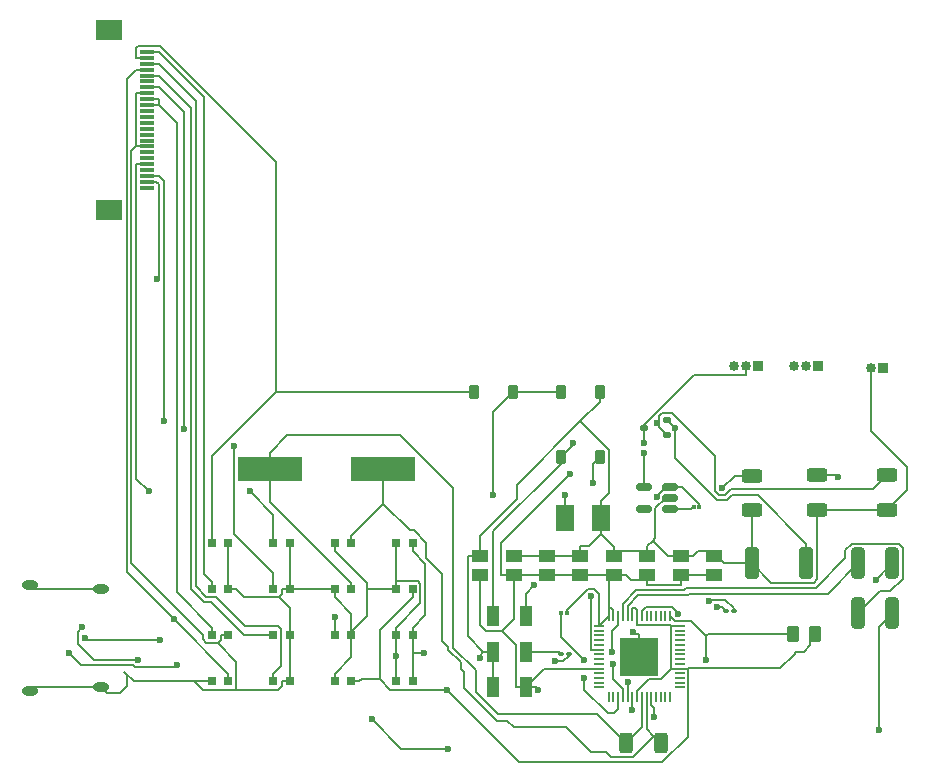
<source format=gbr>
%TF.GenerationSoftware,KiCad,Pcbnew,8.0.6-8.0.6-0~ubuntu22.04.1*%
%TF.CreationDate,2024-12-08T13:20:39-05:00*%
%TF.ProjectId,badge,62616467-652e-46b6-9963-61645f706362,rev?*%
%TF.SameCoordinates,Original*%
%TF.FileFunction,Copper,L2,Bot*%
%TF.FilePolarity,Positive*%
%FSLAX46Y46*%
G04 Gerber Fmt 4.6, Leading zero omitted, Abs format (unit mm)*
G04 Created by KiCad (PCBNEW 8.0.6-8.0.6-0~ubuntu22.04.1) date 2024-12-08 13:20:39*
%MOMM*%
%LPD*%
G01*
G04 APERTURE LIST*
G04 Aperture macros list*
%AMRoundRect*
0 Rectangle with rounded corners*
0 $1 Rounding radius*
0 $2 $3 $4 $5 $6 $7 $8 $9 X,Y pos of 4 corners*
0 Add a 4 corners polygon primitive as box body*
4,1,4,$2,$3,$4,$5,$6,$7,$8,$9,$2,$3,0*
0 Add four circle primitives for the rounded corners*
1,1,$1+$1,$2,$3*
1,1,$1+$1,$4,$5*
1,1,$1+$1,$6,$7*
1,1,$1+$1,$8,$9*
0 Add four rect primitives between the rounded corners*
20,1,$1+$1,$2,$3,$4,$5,0*
20,1,$1+$1,$4,$5,$6,$7,0*
20,1,$1+$1,$6,$7,$8,$9,0*
20,1,$1+$1,$8,$9,$2,$3,0*%
G04 Aperture macros list end*
%TA.AperFunction,ComponentPad*%
%ADD10R,0.850000X0.850000*%
%TD*%
%TA.AperFunction,ComponentPad*%
%ADD11O,0.850000X0.850000*%
%TD*%
%TA.AperFunction,ComponentPad*%
%ADD12O,1.400000X0.800000*%
%TD*%
%TA.AperFunction,SMDPad,CuDef*%
%ADD13RoundRect,0.250000X0.312500X0.625000X-0.312500X0.625000X-0.312500X-0.625000X0.312500X-0.625000X0*%
%TD*%
%TA.AperFunction,SMDPad,CuDef*%
%ADD14R,0.700000X0.700000*%
%TD*%
%TA.AperFunction,SMDPad,CuDef*%
%ADD15R,1.470000X1.020000*%
%TD*%
%TA.AperFunction,SMDPad,CuDef*%
%ADD16R,1.300000X0.300000*%
%TD*%
%TA.AperFunction,SMDPad,CuDef*%
%ADD17R,2.200000X1.800000*%
%TD*%
%TA.AperFunction,SMDPad,CuDef*%
%ADD18RoundRect,0.100000X-0.130000X-0.100000X0.130000X-0.100000X0.130000X0.100000X-0.130000X0.100000X0*%
%TD*%
%TA.AperFunction,SMDPad,CuDef*%
%ADD19R,1.100000X1.820000*%
%TD*%
%TA.AperFunction,SMDPad,CuDef*%
%ADD20RoundRect,0.112500X-0.237500X0.112500X-0.237500X-0.112500X0.237500X-0.112500X0.237500X0.112500X0*%
%TD*%
%TA.AperFunction,SMDPad,CuDef*%
%ADD21RoundRect,0.250000X0.312500X1.075000X-0.312500X1.075000X-0.312500X-1.075000X0.312500X-1.075000X0*%
%TD*%
%TA.AperFunction,SMDPad,CuDef*%
%ADD22RoundRect,0.225000X0.225000X0.375000X-0.225000X0.375000X-0.225000X-0.375000X0.225000X-0.375000X0*%
%TD*%
%TA.AperFunction,SMDPad,CuDef*%
%ADD23R,5.499100X2.108200*%
%TD*%
%TA.AperFunction,SMDPad,CuDef*%
%ADD24RoundRect,0.250000X-0.625000X0.312500X-0.625000X-0.312500X0.625000X-0.312500X0.625000X0.312500X0*%
%TD*%
%TA.AperFunction,SMDPad,CuDef*%
%ADD25RoundRect,0.075000X0.125000X0.075000X-0.125000X0.075000X-0.125000X-0.075000X0.125000X-0.075000X0*%
%TD*%
%TA.AperFunction,SMDPad,CuDef*%
%ADD26RoundRect,0.250000X0.362500X1.075000X-0.362500X1.075000X-0.362500X-1.075000X0.362500X-1.075000X0*%
%TD*%
%TA.AperFunction,SMDPad,CuDef*%
%ADD27RoundRect,0.250000X0.262500X0.450000X-0.262500X0.450000X-0.262500X-0.450000X0.262500X-0.450000X0*%
%TD*%
%TA.AperFunction,SMDPad,CuDef*%
%ADD28R,1.650000X2.250000*%
%TD*%
%TA.AperFunction,SMDPad,CuDef*%
%ADD29R,0.812800X0.177800*%
%TD*%
%TA.AperFunction,SMDPad,CuDef*%
%ADD30R,0.177800X0.812800*%
%TD*%
%TA.AperFunction,SMDPad,CuDef*%
%ADD31R,3.200400X3.200400*%
%TD*%
%TA.AperFunction,SMDPad,CuDef*%
%ADD32RoundRect,0.150000X0.512500X0.150000X-0.512500X0.150000X-0.512500X-0.150000X0.512500X-0.150000X0*%
%TD*%
%TA.AperFunction,SMDPad,CuDef*%
%ADD33RoundRect,0.100000X0.130000X0.100000X-0.130000X0.100000X-0.130000X-0.100000X0.130000X-0.100000X0*%
%TD*%
%TA.AperFunction,ViaPad*%
%ADD34C,0.600000*%
%TD*%
%TA.AperFunction,Conductor*%
%ADD35C,0.200000*%
%TD*%
%TA.AperFunction,Conductor*%
%ADD36C,0.177600*%
%TD*%
G04 APERTURE END LIST*
D10*
%TO.P,L1,1,1*%
%TO.N,3.3V*%
X177216400Y-109613600D03*
D11*
%TO.P,L1,2,2*%
%TO.N,Net-(D5-A)*%
X176216400Y-109613600D03*
%TO.P,L1,3*%
%TO.N,N/C*%
X175216400Y-109613600D03*
%TD*%
D12*
%TO.P,J1,S1,SHIELD*%
%TO.N,GND*%
X115606400Y-128123600D03*
X121556400Y-128483600D03*
X121556400Y-136743600D03*
X115606400Y-137103600D03*
%TD*%
D10*
%TO.P,J3,1,Pin_1*%
%TO.N,SWCLK*%
X182266400Y-109613600D03*
D11*
%TO.P,J3,2,Pin_2*%
%TO.N,GND*%
X181266400Y-109613600D03*
%TO.P,J3,3,Pin_3*%
%TO.N,SWDIO*%
X180266400Y-109613600D03*
%TD*%
D10*
%TO.P,J2,1,Pin_1*%
%TO.N,RUN*%
X187766400Y-109738600D03*
D11*
%TO.P,J2,2,Pin_2*%
%TO.N,GND*%
X186766400Y-109738600D03*
%TD*%
D13*
%TO.P,R4,1*%
%TO.N,XIN*%
X168962500Y-141500000D03*
%TO.P,R4,2*%
%TO.N,XOUT*%
X166037500Y-141500000D03*
%TD*%
D14*
%TO.P,C15,1*%
%TO.N,3.3V*%
X142770000Y-136310000D03*
%TO.P,C15,2*%
%TO.N,GND*%
X141370000Y-136310000D03*
%TD*%
D15*
%TO.P,C5,1*%
%TO.N,3.3V*%
X167830000Y-127310000D03*
%TO.P,C5,2*%
%TO.N,GND*%
X167830000Y-125690000D03*
%TD*%
D14*
%TO.P,C11,1*%
%TO.N,1.1V*%
X147970000Y-136310000D03*
%TO.P,C11,2*%
%TO.N,GND*%
X146570000Y-136310000D03*
%TD*%
D16*
%TO.P,GDEY0213F1,1,NC*%
%TO.N,unconnected-(GDEY0213F1-NC-Pad1)*%
X125516400Y-94513600D03*
%TO.P,GDEY0213F1,2,GDR*%
%TO.N,GDR*%
X125516400Y-94013600D03*
%TO.P,GDEY0213F1,3,RESE*%
%TO.N,RESE*%
X125516400Y-93513600D03*
%TO.P,GDEY0213F1,4,NC*%
%TO.N,unconnected-(GDEY0213F1-NC-Pad4)*%
X125516400Y-93013600D03*
%TO.P,GDEY0213F1,5,VSPL*%
%TO.N,Net-(GDEY0213F1-VSPL)*%
X125516400Y-92513600D03*
%TO.P,GDEY0213F1,6,TSCL*%
%TO.N,unconnected-(GDEY0213F1-TSCL-Pad6)*%
X125516400Y-92013600D03*
%TO.P,GDEY0213F1,7,TSDA*%
%TO.N,unconnected-(GDEY0213F1-TSDA-Pad7)*%
X125516400Y-91513600D03*
%TO.P,GDEY0213F1,8,BS*%
%TO.N,GND*%
X125516400Y-91013600D03*
%TO.P,GDEY0213F1,9,BUSY_N*%
%TO.N,BUSY*%
X125516400Y-90513600D03*
%TO.P,GDEY0213F1,10,RST_N*%
%TO.N,RES*%
X125516400Y-90013600D03*
%TO.P,GDEY0213F1,11,DC*%
%TO.N,DC*%
X125516400Y-89513600D03*
%TO.P,GDEY0213F1,12,CSB*%
%TO.N,CS*%
X125516400Y-89013600D03*
%TO.P,GDEY0213F1,13,SCL*%
%TO.N,SCL*%
X125516400Y-88513600D03*
%TO.P,GDEY0213F1,14,SDA*%
%TO.N,SDA*%
X125516400Y-88013600D03*
%TO.P,GDEY0213F1,15,VDDIO*%
%TO.N,Net-(GDEY0213F1-VDD)*%
X125516400Y-87513600D03*
%TO.P,GDEY0213F1,16,VDD*%
X125516400Y-87013600D03*
%TO.P,GDEY0213F1,17,VSS*%
%TO.N,GND*%
X125516400Y-86513600D03*
%TO.P,GDEY0213F1,18,VDD_15V*%
%TO.N,Net-(GDEY0213F1-VDD_15V)*%
X125516400Y-86013600D03*
%TO.P,GDEY0213F1,19,VMTP*%
%TO.N,unconnected-(GDEY0213F1-VMTP-Pad19)*%
X125516400Y-85513600D03*
%TO.P,GDEY0213F1,20,VSP*%
%TO.N,Net-(GDEY0213F1-VSP)*%
X125516400Y-85013600D03*
%TO.P,GDEY0213F1,21,VGP*%
%TO.N,PREVGH*%
X125516400Y-84513600D03*
%TO.P,GDEY0213F1,22,VSN*%
%TO.N,Net-(GDEY0213F1-VSN)*%
X125516400Y-84013600D03*
%TO.P,GDEY0213F1,23,VGN*%
%TO.N,/PREVGL*%
X125516400Y-83513600D03*
%TO.P,GDEY0213F1,24,VCOM*%
%TO.N,Net-(GDEY0213F1-VCOM)*%
X125516400Y-83013600D03*
D17*
%TO.P,GDEY0213F1,MP*%
%TO.N,N/C*%
X122266400Y-96413600D03*
X122266400Y-81113600D03*
%TD*%
D18*
%TO.P,R9,1*%
%TO.N,USB_BOOT*%
X160525000Y-134000000D03*
%TO.P,R9,2*%
%TO.N,QSPI_CS*%
X161165000Y-134000000D03*
%TD*%
D14*
%TO.P,C17,1*%
%TO.N,GND*%
X137570000Y-124610000D03*
%TO.P,C17,2*%
%TO.N,Net-(GDEY0213F1-VSPL)*%
X136170000Y-124610000D03*
%TD*%
D15*
%TO.P,C8,1*%
%TO.N,3.3V*%
X159340000Y-127310000D03*
%TO.P,C8,2*%
%TO.N,GND*%
X159340000Y-125690000D03*
%TD*%
D14*
%TO.P,C10,1*%
%TO.N,1.1V*%
X147970000Y-132410000D03*
%TO.P,C10,2*%
%TO.N,GND*%
X146570000Y-132410000D03*
%TD*%
D19*
%TO.P,SW1,1,1*%
%TO.N,USB_BOOT*%
X157530000Y-133810000D03*
%TO.P,SW1,2,2*%
%TO.N,GND*%
X154810000Y-133810000D03*
%TD*%
D14*
%TO.P,C1,1*%
%TO.N,1.1V*%
X147970000Y-124610000D03*
%TO.P,C1,2*%
%TO.N,GND*%
X146570000Y-124610000D03*
%TD*%
D15*
%TO.P,C9,1*%
%TO.N,3.3V*%
X156510000Y-127310000D03*
%TO.P,C9,2*%
%TO.N,GND*%
X156510000Y-125690000D03*
%TD*%
D14*
%TO.P,C23,1*%
%TO.N,GND*%
X132370000Y-132410000D03*
%TO.P,C23,2*%
%TO.N,Net-(GDEY0213F1-VDD)*%
X130970000Y-132410000D03*
%TD*%
D15*
%TO.P,C16,1*%
%TO.N,3.3V*%
X153680000Y-127310000D03*
%TO.P,C16,2*%
%TO.N,GND*%
X153680000Y-125690000D03*
%TD*%
D20*
%TO.P,Q1,1,G*%
%TO.N,GDR*%
X169520000Y-114160000D03*
%TO.P,Q1,2,S*%
%TO.N,RESE*%
X169520000Y-115460000D03*
%TO.P,Q1,3,D*%
%TO.N,Net-(D5-A)*%
X167520000Y-114810000D03*
%TD*%
D21*
%TO.P,R3,1*%
%TO.N,USB_N*%
X188595000Y-130520000D03*
%TO.P,R3,2*%
%TO.N,Net-(U1-USB_DM)*%
X185670000Y-130520000D03*
%TD*%
D15*
%TO.P,C3,1*%
%TO.N,3.3V*%
X173490000Y-127310000D03*
%TO.P,C3,2*%
%TO.N,GND*%
X173490000Y-125690000D03*
%TD*%
%TO.P,C7,1*%
%TO.N,3.3V*%
X162170000Y-127310000D03*
%TO.P,C7,2*%
%TO.N,GND*%
X162170000Y-125690000D03*
%TD*%
D22*
%TO.P,D3,1,K*%
%TO.N,Net-(D3-K)*%
X156470000Y-111810000D03*
%TO.P,D3,2,A*%
%TO.N,/PREVGL*%
X153170000Y-111810000D03*
%TD*%
D23*
%TO.P,Y1,1,1*%
%TO.N,XIN*%
X145464250Y-118310000D03*
%TO.P,Y1,2,2*%
%TO.N,XOUT*%
X135875750Y-118310000D03*
%TD*%
D14*
%TO.P,C12,1*%
%TO.N,XIN*%
X142770000Y-124610000D03*
%TO.P,C12,2*%
%TO.N,GND*%
X141370000Y-124610000D03*
%TD*%
%TO.P,C21,1*%
%TO.N,GND*%
X132370000Y-124610000D03*
%TO.P,C21,2*%
%TO.N,/PREVGL*%
X130970000Y-124610000D03*
%TD*%
%TO.P,C14,1*%
%TO.N,GND*%
X142770000Y-132410000D03*
%TO.P,C14,2*%
%TO.N,VSYS*%
X141370000Y-132410000D03*
%TD*%
D24*
%TO.P,R5,1*%
%TO.N,Net-(J1-CC1)*%
X176670000Y-118885000D03*
%TO.P,R5,2*%
%TO.N,GND*%
X176670000Y-121810000D03*
%TD*%
D25*
%TO.P,R1,1*%
%TO.N,3.3V*%
X161025000Y-130500000D03*
%TO.P,R1,2*%
%TO.N,Net-(U1-RUN)*%
X160525000Y-130500000D03*
%TD*%
D14*
%TO.P,C25,1*%
%TO.N,PREVGH*%
X132370000Y-136310000D03*
%TO.P,C25,2*%
%TO.N,GND*%
X130970000Y-136310000D03*
%TD*%
D25*
%TO.P,R7,1*%
%TO.N,VSYS*%
X172250000Y-121500000D03*
%TO.P,R7,2*%
%TO.N,Net-(U2-EN)*%
X171750000Y-121500000D03*
%TD*%
D22*
%TO.P,D5,1,K*%
%TO.N,PREVGH*%
X163820000Y-117310000D03*
%TO.P,D5,2,A*%
%TO.N,Net-(D5-A)*%
X160520000Y-117310000D03*
%TD*%
D19*
%TO.P,C24,1*%
%TO.N,Net-(D3-K)*%
X157530000Y-130810000D03*
%TO.P,C24,2*%
%TO.N,Net-(D5-A)*%
X154810000Y-130810000D03*
%TD*%
D26*
%TO.P,R11,1*%
%TO.N,GDR*%
X181295000Y-126310000D03*
%TO.P,R11,2*%
%TO.N,GND*%
X176670000Y-126310000D03*
%TD*%
D27*
%TO.P,R10,1*%
%TO.N,3.3V*%
X181995000Y-132310000D03*
%TO.P,R10,2*%
%TO.N,QSPI_CS*%
X180170000Y-132310000D03*
%TD*%
D14*
%TO.P,C18,1*%
%TO.N,GND*%
X137570000Y-128510000D03*
%TO.P,C18,2*%
%TO.N,Net-(GDEY0213F1-VDD_15V)*%
X136170000Y-128510000D03*
%TD*%
%TO.P,C2,1*%
%TO.N,3.3V*%
X147970000Y-128510000D03*
%TO.P,C2,2*%
%TO.N,GND*%
X146570000Y-128510000D03*
%TD*%
D24*
%TO.P,R6,1*%
%TO.N,Net-(J1-CC2)*%
X182170000Y-118847500D03*
%TO.P,R6,2*%
%TO.N,GND*%
X182170000Y-121772500D03*
%TD*%
D28*
%TO.P,D2,1,K*%
%TO.N,GND*%
X163925000Y-122435000D03*
%TO.P,D2,2,A*%
%TO.N,Net-(D2-A)*%
X160825000Y-122435000D03*
%TD*%
D29*
%TO.P,U1,1,IOVDD*%
%TO.N,3.3V*%
X170573600Y-131613600D03*
%TO.P,U1,2,GPIO0*%
%TO.N,unconnected-(U1-GPIO0-Pad2)*%
X170573600Y-132013599D03*
%TO.P,U1,3,GPIO1*%
%TO.N,unconnected-(U1-GPIO1-Pad3)*%
X170573600Y-132413601D03*
%TO.P,U1,4,GPIO2*%
%TO.N,TARGET_SWCLK*%
X170573600Y-132813600D03*
%TO.P,U1,5,GPIO3*%
%TO.N,TARGET_SWDIO*%
X170573600Y-133213599D03*
%TO.P,U1,6,GPIO4*%
%TO.N,TARGET_RX*%
X170573600Y-133613601D03*
%TO.P,U1,7,GPIO5*%
%TO.N,TARGET_TX*%
X170573600Y-134013600D03*
%TO.P,U1,8,GPIO6*%
%TO.N,unconnected-(U1-GPIO6-Pad8)*%
X170573600Y-134413600D03*
%TO.P,U1,9,GPIO7*%
%TO.N,unconnected-(U1-GPIO7-Pad9)*%
X170573600Y-134813599D03*
%TO.P,U1,10,IOVDD*%
%TO.N,3.3V*%
X170573600Y-135213601D03*
%TO.P,U1,11,GPIO8*%
%TO.N,unconnected-(U1-GPIO8-Pad11)*%
X170573600Y-135613600D03*
%TO.P,U1,12,GPIO9*%
%TO.N,unconnected-(U1-GPIO9-Pad12)*%
X170573600Y-136013599D03*
%TO.P,U1,13,GPIO10*%
%TO.N,unconnected-(U1-GPIO10-Pad13)*%
X170573600Y-136413601D03*
%TO.P,U1,14,GPIO11*%
%TO.N,unconnected-(U1-GPIO11-Pad14)*%
X170573600Y-136813600D03*
D30*
%TO.P,U1,15,GPIO12*%
%TO.N,unconnected-(U1-GPIO12-Pad15)*%
X169770000Y-137617200D03*
%TO.P,U1,16,GPIO13*%
%TO.N,unconnected-(U1-GPIO13-Pad16)*%
X169370001Y-137617200D03*
%TO.P,U1,17,GPIO14*%
%TO.N,unconnected-(U1-GPIO14-Pad17)*%
X168969999Y-137617200D03*
%TO.P,U1,18,GPIO15*%
%TO.N,unconnected-(U1-GPIO15-Pad18)*%
X168570000Y-137617200D03*
%TO.P,U1,19,TESTEN*%
%TO.N,GND*%
X168170001Y-137617200D03*
%TO.P,U1,20,XIN*%
%TO.N,XIN*%
X167769999Y-137617200D03*
%TO.P,U1,21,XOUT*%
%TO.N,XOUT*%
X167370000Y-137617200D03*
%TO.P,U1,22,IOVDD*%
%TO.N,3.3V*%
X166970000Y-137617200D03*
%TO.P,U1,23,DVDD*%
%TO.N,1.1V*%
X166570001Y-137617200D03*
%TO.P,U1,24,SWCLK*%
%TO.N,SWCLK*%
X166169999Y-137617200D03*
%TO.P,U1,25,SWDIO*%
%TO.N,SWDIO*%
X165770000Y-137617200D03*
%TO.P,U1,26,RUN*%
%TO.N,Net-(U1-RUN)*%
X165370001Y-137617200D03*
%TO.P,U1,27,GPIO16*%
%TO.N,unconnected-(U1-GPIO16-Pad27)*%
X164969999Y-137617200D03*
%TO.P,U1,28,GPIO17*%
%TO.N,unconnected-(U1-GPIO17-Pad28)*%
X164570000Y-137617200D03*
D29*
%TO.P,U1,29,GPIO18*%
%TO.N,unconnected-(U1-GPIO18-Pad29)*%
X163766400Y-136813600D03*
%TO.P,U1,30,GPIO19*%
%TO.N,unconnected-(U1-GPIO19-Pad30)*%
X163766400Y-136413601D03*
%TO.P,U1,31,GPIO20*%
%TO.N,unconnected-(U1-GPIO20-Pad31)*%
X163766400Y-136013599D03*
%TO.P,U1,32,GPIO21*%
%TO.N,unconnected-(U1-GPIO21-Pad32)*%
X163766400Y-135613600D03*
%TO.P,U1,33,IOVDD*%
%TO.N,3.3V*%
X163766400Y-135213601D03*
%TO.P,U1,34,GPIO22*%
%TO.N,unconnected-(U1-GPIO22-Pad34)*%
X163766400Y-134813599D03*
%TO.P,U1,35,GPIO23*%
%TO.N,unconnected-(U1-GPIO23-Pad35)*%
X163766400Y-134413600D03*
%TO.P,U1,36,GPIO24*%
%TO.N,unconnected-(U1-GPIO24-Pad36)*%
X163766400Y-134013600D03*
%TO.P,U1,37,GPIO25*%
%TO.N,GPIO25*%
X163766400Y-133613601D03*
%TO.P,U1,38,GPIO26/ADC0*%
%TO.N,unconnected-(U1-GPIO26{slash}ADC0-Pad38)*%
X163766400Y-133213599D03*
%TO.P,U1,39,GPIO27/ADC1*%
%TO.N,unconnected-(U1-GPIO27{slash}ADC1-Pad39)*%
X163766400Y-132813600D03*
%TO.P,U1,40,GPIO28/ADC2*%
%TO.N,unconnected-(U1-GPIO28{slash}ADC2-Pad40)*%
X163766400Y-132413601D03*
%TO.P,U1,41,GPIO29/ADC3*%
%TO.N,unconnected-(U1-GPIO29{slash}ADC3-Pad41)*%
X163766400Y-132013599D03*
%TO.P,U1,42,IOVDD*%
%TO.N,3.3V*%
X163766400Y-131613600D03*
D30*
%TO.P,U1,43,ADC_AVDD*%
X164570000Y-130810000D03*
%TO.P,U1,44,VREG_VIN*%
X164969999Y-130810000D03*
%TO.P,U1,45,VREG_VOUT*%
%TO.N,1.1V*%
X165370001Y-130810000D03*
%TO.P,U1,46,USB_DM*%
%TO.N,Net-(U1-USB_DM)*%
X165770000Y-130810000D03*
%TO.P,U1,47,USB_DP*%
%TO.N,Net-(U1-USB_DP)*%
X166169999Y-130810000D03*
%TO.P,U1,48,USB_VDD*%
%TO.N,3.3V*%
X166570001Y-130810000D03*
%TO.P,U1,49,IOVDD*%
X166970000Y-130810000D03*
%TO.P,U1,50,DVDD*%
%TO.N,1.1V*%
X167370000Y-130810000D03*
%TO.P,U1,51,QSPI_SD3*%
%TO.N,QSPI_SD3*%
X167769999Y-130810000D03*
%TO.P,U1,52,QSPI_SCLK*%
%TO.N,QSPI_SCK*%
X168170001Y-130810000D03*
%TO.P,U1,53,QSPI_SD0*%
%TO.N,QSPI_SD0*%
X168570000Y-130810000D03*
%TO.P,U1,54,QSPI_SD2*%
%TO.N,QSPI_SD2*%
X168969999Y-130810000D03*
%TO.P,U1,55,QSPI_SD1*%
%TO.N,QSPI_SD1*%
X169370001Y-130810000D03*
%TO.P,U1,56,QSPI_SS_N*%
%TO.N,QSPI_CS*%
X169770000Y-130810000D03*
D31*
%TO.P,U1,57,GND*%
%TO.N,GND*%
X167170000Y-134213600D03*
%TD*%
D14*
%TO.P,C13,1*%
%TO.N,XOUT*%
X142770000Y-128510000D03*
%TO.P,C13,2*%
%TO.N,GND*%
X141370000Y-128510000D03*
%TD*%
D15*
%TO.P,C6,1*%
%TO.N,3.3V*%
X165000000Y-127310000D03*
%TO.P,C6,2*%
%TO.N,GND*%
X165000000Y-125690000D03*
%TD*%
D19*
%TO.P,C26,1*%
%TO.N,3.3V*%
X157530000Y-136810000D03*
%TO.P,C26,2*%
%TO.N,GND*%
X154810000Y-136810000D03*
%TD*%
D14*
%TO.P,C19,1*%
%TO.N,GND*%
X137570000Y-132410000D03*
%TO.P,C19,2*%
%TO.N,Net-(GDEY0213F1-VSP)*%
X136170000Y-132410000D03*
%TD*%
D15*
%TO.P,C4,1*%
%TO.N,3.3V*%
X170660000Y-127310000D03*
%TO.P,C4,2*%
%TO.N,GND*%
X170660000Y-125690000D03*
%TD*%
D14*
%TO.P,C20,1*%
%TO.N,GND*%
X137570000Y-136310000D03*
%TO.P,C20,2*%
%TO.N,Net-(GDEY0213F1-VSN)*%
X136170000Y-136310000D03*
%TD*%
D21*
%TO.P,R2,1*%
%TO.N,USB_P*%
X188595000Y-126310000D03*
%TO.P,R2,2*%
%TO.N,Net-(U1-USB_DP)*%
X185670000Y-126310000D03*
%TD*%
D32*
%TO.P,U2,1,VIN*%
%TO.N,VSYS*%
X169795000Y-119810000D03*
%TO.P,U2,2,GND*%
%TO.N,GND*%
X169795000Y-120760000D03*
%TO.P,U2,3,EN*%
%TO.N,Net-(U2-EN)*%
X169795000Y-121710000D03*
%TO.P,U2,4,NC*%
%TO.N,unconnected-(U2-NC-Pad4)*%
X167520000Y-121710000D03*
%TO.P,U2,5,VOUT*%
%TO.N,3.3V*%
X167520000Y-119810000D03*
%TD*%
D33*
%TO.P,R8,1*%
%TO.N,GPIO25*%
X175145000Y-130310000D03*
%TO.P,R8,2*%
%TO.N,Net-(D2-A)*%
X174505000Y-130310000D03*
%TD*%
D14*
%TO.P,C22,1*%
%TO.N,GND*%
X132370000Y-128510000D03*
%TO.P,C22,2*%
%TO.N,Net-(GDEY0213F1-VCOM)*%
X130970000Y-128510000D03*
%TD*%
D24*
%TO.P,R12,1*%
%TO.N,RESE*%
X188170000Y-118847500D03*
%TO.P,R12,2*%
%TO.N,GND*%
X188170000Y-121772500D03*
%TD*%
D22*
%TO.P,D4,1,K*%
%TO.N,GND*%
X163820000Y-111810000D03*
%TO.P,D4,2,A*%
%TO.N,Net-(D3-K)*%
X160520000Y-111810000D03*
%TD*%
D34*
%TO.N,GND*%
X146570000Y-134146800D03*
X166596000Y-132098300D03*
X168421300Y-139343500D03*
X153644900Y-134322200D03*
%TO.N,1.1V*%
X164837700Y-133837800D03*
X170470800Y-130609800D03*
X148935200Y-133877400D03*
X166570000Y-138741800D03*
%TO.N,3.3V*%
X158581700Y-137000400D03*
X161265900Y-118785400D03*
X150853900Y-137000400D03*
X167520200Y-116984700D03*
%TO.N,VSYS*%
X168622700Y-120689300D03*
X141370000Y-130858600D03*
%TO.N,Net-(GDEY0213F1-VSPL)*%
X134187800Y-120219400D03*
X125604000Y-120219400D03*
%TO.N,Net-(GDEY0213F1-VDD_15V)*%
X128586000Y-114905300D03*
X132824400Y-116345800D03*
%TO.N,Net-(D3-K)*%
X158225300Y-128181700D03*
X154745000Y-120492000D03*
%TO.N,Net-(D5-A)*%
X161581600Y-116107600D03*
X167520000Y-116107600D03*
%TO.N,PREVGH*%
X127766700Y-131055000D03*
X163246800Y-119488500D03*
%TO.N,Net-(D2-A)*%
X173762700Y-129982800D03*
X160825000Y-120492000D03*
%TO.N,RESE*%
X126913900Y-114255200D03*
X168655200Y-114420600D03*
%TO.N,GDR*%
X126294500Y-102245100D03*
X170182700Y-114827700D03*
%TO.N,Net-(J1-CC1)*%
X174174000Y-119957900D03*
%TO.N,USB_N*%
X124700000Y-134500000D03*
X120000000Y-131700000D03*
X187413900Y-140453500D03*
%TO.N,USB_P*%
X187181400Y-127723600D03*
X120213600Y-132613600D03*
X126600000Y-132800000D03*
%TO.N,Net-(J1-CC2)*%
X144500000Y-139500000D03*
X128000000Y-134900000D03*
X151000000Y-142000000D03*
X184000000Y-119000000D03*
X118900000Y-133900000D03*
%TO.N,SWCLK*%
X166180900Y-136326700D03*
%TO.N,SWDIO*%
X164970200Y-134837200D03*
%TO.N,Net-(U1-RUN)*%
X162500000Y-136000000D03*
X162500000Y-134500000D03*
%TO.N,GPIO25*%
X173095300Y-129472600D03*
X163058300Y-129070700D03*
%TO.N,QSPI_CS*%
X160013600Y-134600800D03*
X172837100Y-134523700D03*
%TD*%
D35*
%TO.N,GND*%
X146570000Y-127839500D02*
X148453200Y-127839500D01*
X131718300Y-132410000D02*
X131718300Y-132817400D01*
X167830000Y-125284100D02*
X167830000Y-124878300D01*
X136674000Y-129161700D02*
X133673400Y-129161700D01*
X169402800Y-120760000D02*
X169795000Y-120760000D01*
X176670000Y-126310000D02*
X176670000Y-121810000D01*
X142770000Y-132084100D02*
X144078600Y-130775500D01*
X141370000Y-135658300D02*
X142770000Y-134258300D01*
X164941600Y-124878300D02*
X165000000Y-124878300D01*
X156510000Y-125690000D02*
X159340000Y-125690000D01*
X170660000Y-125690000D02*
X171696700Y-125690000D01*
X156799900Y-119654300D02*
X156799900Y-120888700D01*
X141370000Y-124610000D02*
X141370000Y-125261700D01*
X142770000Y-134258300D02*
X142770000Y-133061700D01*
X132370000Y-124610000D02*
X132370000Y-128510000D01*
X164583500Y-120349800D02*
X164583500Y-116706600D01*
X148631700Y-128018000D02*
X148631700Y-129696600D01*
X115966000Y-128484000D02*
X115606400Y-128124400D01*
X137244200Y-128510000D02*
X137570000Y-128184200D01*
X163925000Y-123860200D02*
X162906900Y-124878300D01*
X132370000Y-128510000D02*
X133021700Y-128510000D01*
X163925000Y-122435000D02*
X163925000Y-123760800D01*
X146570000Y-128510000D02*
X145918300Y-128510000D01*
X137244200Y-128510000D02*
X136918300Y-128510000D01*
X168421300Y-138565900D02*
X168421300Y-139343500D01*
X125516400Y-86513600D02*
X124564700Y-86513600D01*
X163820000Y-111810000D02*
X163820000Y-112634200D01*
X136918300Y-136717400D02*
X136918300Y-136310000D01*
X163820000Y-112634200D02*
X162165600Y-114288600D01*
X153958300Y-133810000D02*
X152643300Y-132495000D01*
X163925000Y-123861700D02*
X164941600Y-124878300D01*
X125516400Y-91013600D02*
X124665600Y-91013600D01*
X173490000Y-125690000D02*
X173490000Y-125487000D01*
X115966000Y-136744000D02*
X121556000Y-136744000D01*
X144078600Y-128510000D02*
X145918300Y-128510000D01*
D36*
X168170000Y-137617200D02*
X168170000Y-138314100D01*
D35*
X130187300Y-132754000D02*
X130495000Y-133061700D01*
X141370000Y-128510000D02*
X141370000Y-129161700D01*
X124163000Y-91416800D02*
X124163000Y-126315300D01*
X146570000Y-127839500D02*
X146570000Y-124610000D01*
X164583500Y-116706600D02*
X162165600Y-114288600D01*
X129481100Y-136310000D02*
X130211500Y-137040400D01*
X173490000Y-125487000D02*
X173490000Y-125284100D01*
X131718300Y-132817400D02*
X131474000Y-133061700D01*
X123211000Y-137289000D02*
X123775000Y-136725000D01*
X124566200Y-91013600D02*
X124163000Y-91416800D01*
X169623300Y-125690000D02*
X168320800Y-124387500D01*
X142770000Y-130561700D02*
X141370000Y-129161700D01*
X124665600Y-91013600D02*
X124566200Y-91013600D01*
X136595300Y-137040400D02*
X136918300Y-136717400D01*
X189810600Y-118148800D02*
X186766400Y-115104600D01*
X132370000Y-132410000D02*
X131718300Y-132410000D01*
X153680000Y-125690000D02*
X152643300Y-125690000D01*
X153644900Y-134123400D02*
X153644900Y-134322200D01*
X137570000Y-132410000D02*
X137570000Y-130057700D01*
X121556000Y-136744000D02*
X122101000Y-137289000D01*
X152643300Y-132495000D02*
X152643300Y-125690000D01*
X168180900Y-138325500D02*
X168421300Y-138565900D01*
X165000000Y-125690000D02*
X165000000Y-125284100D01*
X146570000Y-132410000D02*
X146570000Y-131758300D01*
X163925000Y-122435000D02*
X163925000Y-121008300D01*
X137570000Y-136310000D02*
X137570000Y-132410000D01*
X156799900Y-120888700D02*
X153680000Y-124008600D01*
X133033700Y-137040400D02*
X136595300Y-137040400D01*
X167170000Y-133262600D02*
X167170000Y-134213600D01*
X115606400Y-137103600D02*
X115966000Y-136744000D01*
X122101000Y-137289000D02*
X123211000Y-137289000D01*
D36*
X168180900Y-138325500D02*
X168180900Y-138325000D01*
D35*
X186766400Y-115104600D02*
X186766400Y-109738600D01*
X162170000Y-125690000D02*
X159340000Y-125690000D01*
X148453200Y-127839500D02*
X148631700Y-128018000D01*
X121439600Y-128483600D02*
X121556400Y-128483600D01*
X169402800Y-120760100D02*
X169402800Y-120760000D01*
X136674000Y-129161700D02*
X136918300Y-128917400D01*
X146570000Y-134146800D02*
X146570000Y-132410000D01*
X137570000Y-128510000D02*
X138221700Y-128510000D01*
X162165600Y-114288600D02*
X156799900Y-119654300D01*
X166809400Y-132311700D02*
X166596000Y-132098300D01*
X144078600Y-127970300D02*
X141370000Y-125261700D01*
X162170000Y-125690000D02*
X162170000Y-124878300D01*
X178311000Y-127951000D02*
X181950700Y-127951000D01*
X141370000Y-128510000D02*
X138221700Y-128510000D01*
X168320800Y-124387500D02*
X167830000Y-124878300D01*
X136918300Y-128917400D02*
X136918300Y-128510000D01*
X170660000Y-125690000D02*
X169623300Y-125690000D01*
X137570000Y-130057700D02*
X136674000Y-129161700D01*
X142770000Y-132084100D02*
X142770000Y-131758300D01*
X115606400Y-128124400D02*
X115606000Y-128124000D01*
X144078600Y-128510000D02*
X144078600Y-127970300D01*
X153680000Y-124008600D02*
X153680000Y-125690000D01*
X133673400Y-129161700D02*
X133021700Y-128510000D01*
X163925000Y-123860200D02*
X163925000Y-123861700D01*
X115606400Y-128124400D02*
X115606400Y-128123600D01*
X115606000Y-137104000D02*
X115606400Y-137103600D01*
X124361000Y-136310000D02*
X129481100Y-136310000D01*
X189810600Y-120131900D02*
X189810600Y-118148800D01*
X168523600Y-121639300D02*
X169402800Y-120760100D01*
X124564700Y-86513600D02*
X124564700Y-91013600D01*
X142770000Y-132410000D02*
X142770000Y-132084100D01*
X167170000Y-132311700D02*
X166809400Y-132311700D01*
X153958300Y-133810000D02*
X153644900Y-134123400D01*
X121556000Y-128484000D02*
X121439200Y-128484000D01*
X123525000Y-135475000D02*
X124361000Y-136310000D01*
X188170000Y-121772500D02*
X189810600Y-120131900D01*
X162906900Y-124878300D02*
X162170000Y-124878300D01*
X176670000Y-126310000D02*
X178311000Y-127951000D01*
X168320800Y-124387500D02*
X168523600Y-124184700D01*
X167830000Y-125690000D02*
X167830000Y-125284100D01*
X130211500Y-137040400D02*
X133033700Y-137040400D01*
X133033700Y-137040400D02*
X133033700Y-134621400D01*
X148631700Y-129696600D02*
X146570000Y-131758300D01*
X142770000Y-132410000D02*
X142770000Y-133061700D01*
X133033700Y-134621400D02*
X131474000Y-133061700D01*
X165000000Y-125284100D02*
X165000000Y-124878300D01*
X146570000Y-128510000D02*
X146570000Y-127839500D01*
X124163000Y-126315300D02*
X130187300Y-132339600D01*
X181950700Y-127951000D02*
X182230000Y-127671700D01*
X173490000Y-125487000D02*
X174313000Y-126310000D01*
X154810000Y-136810000D02*
X154810000Y-133810000D01*
X123775000Y-135725000D02*
X123525000Y-135475000D01*
X182230000Y-121832500D02*
X182170000Y-121772500D01*
X142770000Y-131758300D02*
X142770000Y-130561700D01*
X163925000Y-123760800D02*
X163925000Y-123860200D01*
X163925000Y-121008300D02*
X164583500Y-120349800D01*
X137570000Y-136310000D02*
X136918300Y-136310000D01*
X154810000Y-133810000D02*
X153958300Y-133810000D01*
X172102600Y-125284100D02*
X171696700Y-125690000D01*
X130495000Y-133061700D02*
X131474000Y-133061700D01*
X121439200Y-128484000D02*
X115966000Y-128484000D01*
X144078600Y-130775500D02*
X144078600Y-128510000D01*
X167170000Y-133262600D02*
X167170000Y-132311700D01*
X168523600Y-124184700D02*
X168523600Y-121639300D01*
X137570000Y-128184200D02*
X137570000Y-124610000D01*
D36*
X168180900Y-138325000D02*
X168170000Y-138314100D01*
D35*
X141370000Y-136310000D02*
X141370000Y-135658300D01*
X121439200Y-128484000D02*
X121439600Y-128483600D01*
X174313000Y-126310000D02*
X176670000Y-126310000D01*
X137570000Y-128510000D02*
X137244200Y-128510000D01*
X124566200Y-91013600D02*
X124564700Y-91013600D01*
X182230000Y-127671700D02*
X182230000Y-121832500D01*
X129481100Y-136310000D02*
X130970000Y-136310000D01*
X123775000Y-136725000D02*
X123775000Y-135725000D01*
X121556000Y-136744000D02*
X121556400Y-136743600D01*
X182170000Y-121772500D02*
X188170000Y-121772500D01*
X165000000Y-125284100D02*
X167830000Y-125284100D01*
X130187300Y-132339600D02*
X130187300Y-132754000D01*
X146570000Y-136310000D02*
X146570000Y-134146800D01*
X173490000Y-125284100D02*
X172102600Y-125284100D01*
D36*
%TO.N,1.1V*%
X167707600Y-129976900D02*
X167696900Y-129976900D01*
D35*
X165369100Y-131518100D02*
X164837700Y-132049500D01*
X149033400Y-130694900D02*
X147970000Y-131758300D01*
X167707600Y-129976900D02*
X169940400Y-129976900D01*
X147970000Y-124610000D02*
X147970000Y-125261700D01*
X147970000Y-133877400D02*
X147970000Y-136310000D01*
X167370200Y-130314300D02*
X167370200Y-130465300D01*
X147970000Y-132410000D02*
X147970000Y-133877400D01*
X147970000Y-133877400D02*
X148935200Y-133877400D01*
X170470800Y-130507300D02*
X170470800Y-130609800D01*
X149033400Y-126327100D02*
X149033400Y-130694900D01*
D36*
X165369100Y-130810900D02*
X165370000Y-130810000D01*
D35*
X166570000Y-137617200D02*
X166570000Y-138741800D01*
D36*
X167370200Y-130809800D02*
X167370000Y-130810000D01*
D35*
X147970000Y-125263700D02*
X149033400Y-126327100D01*
X165369100Y-131154000D02*
X165369100Y-131518100D01*
X169940400Y-129976900D02*
X170470800Y-130507300D01*
D36*
X167696900Y-129976900D02*
X167370200Y-130303600D01*
X167370200Y-130465300D02*
X167370200Y-130809800D01*
D35*
X147970000Y-132084100D02*
X147970000Y-132410000D01*
X164837700Y-132049500D02*
X164837700Y-133837800D01*
X147970000Y-132084100D02*
X147970000Y-131758300D01*
D36*
X165369100Y-131154000D02*
X165369100Y-130810900D01*
D35*
X147970000Y-125261700D02*
X147970000Y-125263700D01*
D36*
X167370200Y-130303600D02*
X167370200Y-130314300D01*
D35*
%TO.N,3.3V*%
X169114400Y-143146500D02*
X157000000Y-143146500D01*
X163766400Y-131613600D02*
X164570000Y-130810000D01*
X165000000Y-127310000D02*
X164570000Y-127310000D01*
X169865500Y-131613600D02*
X169865500Y-135213600D01*
X170573600Y-135213600D02*
X169865500Y-135213600D01*
X181649700Y-133223300D02*
X181649700Y-132890700D01*
X159340000Y-127310000D02*
X158303300Y-127310000D01*
X156510000Y-131023000D02*
X155501700Y-132031300D01*
X161265900Y-118785400D02*
X155473300Y-124578000D01*
X146085800Y-137000400D02*
X150853900Y-137000400D01*
X166968100Y-130276100D02*
X166968100Y-130810000D01*
X161025000Y-130255471D02*
X162809771Y-128470700D01*
X156510000Y-127310000D02*
X156510000Y-131023000D01*
X166793900Y-130101900D02*
X166968100Y-130276100D01*
X170660000Y-127715800D02*
X170660000Y-128121700D01*
X166970000Y-130810000D02*
X166970000Y-131518100D01*
X181073100Y-133799900D02*
X181649700Y-133223300D01*
X171065800Y-127310000D02*
X170660000Y-127715800D01*
X170660000Y-128121700D02*
X167830000Y-128121700D01*
X164570000Y-130810000D02*
X164570000Y-130455900D01*
X153680000Y-131566700D02*
X153680000Y-127310000D01*
X163306829Y-128470700D02*
X163766400Y-128930271D01*
X166970000Y-137272100D02*
X166970000Y-137091400D01*
X166442500Y-127715800D02*
X166036700Y-127310000D01*
X157000000Y-143146500D02*
X150853900Y-137000400D01*
X171281900Y-135202700D02*
X179102300Y-135202700D01*
X157530000Y-136810000D02*
X159126000Y-135214000D01*
D36*
X170573600Y-135213600D02*
X171270500Y-135213600D01*
D35*
X147970000Y-129161700D02*
X145178600Y-131953100D01*
X143638500Y-136093200D02*
X143421700Y-136310000D01*
X181581500Y-132723500D02*
X181995000Y-132310000D01*
X163766400Y-128930271D02*
X163766400Y-131613600D01*
X170573600Y-131613600D02*
X169865500Y-131613600D01*
X155501700Y-132031300D02*
X156678300Y-133207900D01*
X156510000Y-127310000D02*
X155473300Y-127310000D01*
X173490000Y-127310000D02*
X171065800Y-127310000D01*
D36*
X171281700Y-135213600D02*
X171270500Y-135213600D01*
D35*
X171281700Y-135213600D02*
X171281700Y-140979200D01*
X167830000Y-127715800D02*
X166442500Y-127715800D01*
X180455400Y-133851700D02*
X180455400Y-133851500D01*
X162809771Y-128470700D02*
X163306829Y-128470700D01*
X155501700Y-132031300D02*
X154144600Y-132031300D01*
X161025000Y-130500000D02*
X161025000Y-130255471D01*
X164570000Y-130455900D02*
X164570000Y-130101900D01*
X147970000Y-128835800D02*
X147970000Y-129161700D01*
X180455400Y-133851500D02*
X180507000Y-133799900D01*
X168963600Y-136115500D02*
X169865500Y-135213600D01*
X167830000Y-127715800D02*
X167830000Y-128121700D01*
X142770000Y-136310000D02*
X143421700Y-136310000D01*
X164570000Y-127310000D02*
X162170000Y-127310000D01*
X159340000Y-127310000D02*
X162170000Y-127310000D01*
X156510000Y-127310000D02*
X158303300Y-127310000D01*
X167830000Y-127310000D02*
X167830000Y-127715800D01*
X167520000Y-116984900D02*
X167520200Y-116984700D01*
X159126000Y-135214000D02*
X163766000Y-135214000D01*
X165000000Y-127310000D02*
X166036700Y-127310000D01*
X164968100Y-130276100D02*
X164968100Y-130810000D01*
X158381700Y-136810000D02*
X158572100Y-137000400D01*
X170660000Y-127310000D02*
X170660000Y-127715800D01*
X163766000Y-135214000D02*
X163766400Y-135213600D01*
X171281700Y-140979200D02*
X169114400Y-143146500D01*
D36*
X166970000Y-137272100D02*
X166970000Y-137617200D01*
D35*
X166570000Y-130101900D02*
X166793900Y-130101900D01*
D36*
X166968100Y-130810000D02*
X166970000Y-130810000D01*
X164968100Y-130810000D02*
X164970000Y-130810000D01*
D35*
X179102300Y-135202700D02*
X180217900Y-134087100D01*
X145178600Y-136093200D02*
X143638500Y-136093200D01*
X155473300Y-124578000D02*
X155473300Y-127310000D01*
X180217900Y-134087100D02*
X180220000Y-134087100D01*
X166970000Y-131518100D02*
X169770000Y-131518100D01*
X145178600Y-131953100D02*
X145178600Y-136093200D01*
X169770000Y-131518100D02*
X169865500Y-131613600D01*
X157530000Y-136810000D02*
X156678300Y-136810000D01*
X156678300Y-133207900D02*
X156678300Y-136810000D01*
X171281700Y-135213600D02*
X171281700Y-135202700D01*
X158572100Y-137000400D02*
X158581700Y-137000400D01*
X166570000Y-130810000D02*
X166570000Y-130101900D01*
X167945900Y-136115500D02*
X168963600Y-136115500D01*
D36*
X171281900Y-135202700D02*
X171281700Y-135202700D01*
D35*
X181649700Y-132890700D02*
X181581500Y-132822500D01*
X147970000Y-128835800D02*
X147970000Y-128510000D01*
X164793900Y-130101900D02*
X164968100Y-130276100D01*
X157530000Y-136810000D02*
X158381700Y-136810000D01*
X180220000Y-134087100D02*
X180455400Y-133851700D01*
X167520000Y-119810000D02*
X167520000Y-116984900D01*
X181581500Y-132822500D02*
X181581500Y-132723500D01*
X166970000Y-137091400D02*
X167945900Y-136115500D01*
X154144600Y-132031300D02*
X153680000Y-131566700D01*
X180507000Y-133799900D02*
X181073100Y-133799900D01*
X145178600Y-136093200D02*
X146085800Y-137000400D01*
X164570000Y-130101900D02*
X164793900Y-130101900D01*
X164570000Y-127310000D02*
X164570000Y-130101900D01*
%TO.N,XIN*%
X164764800Y-142704100D02*
X166632700Y-142704100D01*
X145464200Y-118310000D02*
X145464200Y-121264100D01*
X152351500Y-135548600D02*
X152351500Y-136885800D01*
X150992500Y-133621600D02*
X152040700Y-134669800D01*
X167770000Y-140307000D02*
X167770000Y-137617200D01*
X159670700Y-140190500D02*
X160989900Y-140190500D01*
X163103400Y-142304000D02*
X164364700Y-142304000D01*
X152040700Y-135237800D02*
X152351500Y-135548600D01*
X149122700Y-124573500D02*
X149122700Y-125848400D01*
X152351500Y-136885800D02*
X155127200Y-139661500D01*
X168358500Y-140978300D02*
X168358500Y-140896000D01*
X168366000Y-140903500D02*
X168962500Y-141500000D01*
X150492200Y-132864700D02*
X150992500Y-133365000D01*
X168358500Y-140896000D02*
X167770000Y-140307000D01*
X168962000Y-141500000D02*
X168366000Y-140903500D01*
X152040700Y-134669800D02*
X152040700Y-135237800D01*
X147726800Y-123526700D02*
X148075900Y-123526700D01*
X159669200Y-140189000D02*
X159670700Y-140190500D01*
X150992500Y-133365000D02*
X150992500Y-133621600D01*
X145464200Y-121264100D02*
X147726800Y-123526700D01*
X155127200Y-139661500D02*
X155982300Y-139661500D01*
X149122700Y-125848400D02*
X150492200Y-127217900D01*
X168366000Y-140903500D02*
X168358500Y-140896000D01*
X148075900Y-123526700D02*
X149122700Y-124573500D01*
X164364700Y-142304000D02*
X164764800Y-142704100D01*
X150492200Y-127217900D02*
X150492200Y-132864700D01*
X166632700Y-142704100D02*
X168358500Y-140978300D01*
X156509800Y-140189000D02*
X159669200Y-140189000D01*
X145464200Y-121264100D02*
X142770000Y-123958300D01*
X142770000Y-124610000D02*
X142770000Y-123958300D01*
X167770000Y-137617200D02*
X167770000Y-137617000D01*
X160989900Y-140190500D02*
X163103400Y-142304000D01*
X155982300Y-139661500D02*
X156509800Y-140189000D01*
%TO.N,XOUT*%
X155168600Y-139065600D02*
X163603100Y-139065600D01*
X153298200Y-135359300D02*
X153298200Y-137195200D01*
X167370000Y-137617200D02*
X167370000Y-137617000D01*
X151394200Y-119966400D02*
X151394200Y-133455300D01*
X166038000Y-141500000D02*
X166704000Y-140834000D01*
X135875700Y-121114000D02*
X142770000Y-128008300D01*
X142770000Y-128510000D02*
X142770000Y-128008300D01*
X166704000Y-140834000D02*
X166703500Y-140834000D01*
X166703500Y-140834000D02*
X166037500Y-141500000D01*
X137348600Y-115481300D02*
X146909100Y-115481300D01*
X135875700Y-118310000D02*
X135875700Y-121114000D01*
X151394200Y-133455300D02*
X153298200Y-135359300D01*
X163603100Y-139065600D02*
X166037500Y-141500000D01*
X135875700Y-116954200D02*
X137348600Y-115481300D01*
X135875700Y-118310000D02*
X135875700Y-116954200D01*
X166704000Y-140834000D02*
X167370000Y-140168000D01*
X146909100Y-115481300D02*
X151394200Y-119966400D01*
X167370000Y-140168000D02*
X167370000Y-137617200D01*
X153298200Y-137195200D02*
X155168600Y-139065600D01*
%TO.N,VSYS*%
X141370000Y-130858600D02*
X141370000Y-132410000D01*
X168622700Y-120574600D02*
X169387300Y-119810000D01*
X170792410Y-119810000D02*
X172250000Y-121267590D01*
X169387300Y-119810000D02*
X169795000Y-119810000D01*
X172250000Y-121267590D02*
X172250000Y-121500000D01*
X169795000Y-119810000D02*
X170792410Y-119810000D01*
X168622700Y-120689300D02*
X168622700Y-120574600D01*
%TO.N,Net-(GDEY0213F1-VSPL)*%
X134187800Y-120219400D02*
X136170000Y-122201600D01*
X124564700Y-92513600D02*
X124564700Y-119180100D01*
X124564700Y-119180100D02*
X125604000Y-120219400D01*
X125516400Y-92513600D02*
X124564700Y-92513600D01*
X136170000Y-122201600D02*
X136170000Y-124610000D01*
%TO.N,Net-(GDEY0213F1-VDD_15V)*%
X132824400Y-123814600D02*
X132824400Y-116345800D01*
X128586000Y-88131500D02*
X128586000Y-114905300D01*
X136170000Y-128510000D02*
X136170000Y-127160200D01*
X136170000Y-127160200D02*
X132824400Y-123814600D01*
X125516400Y-86013600D02*
X126468100Y-86013600D01*
X126468100Y-86013600D02*
X128586000Y-88131500D01*
%TO.N,Net-(GDEY0213F1-VSP)*%
X125516400Y-85013600D02*
X126468100Y-85013600D01*
X129187700Y-87733200D02*
X126468100Y-85013600D01*
X130300700Y-129563400D02*
X129187700Y-128450400D01*
X130868600Y-129563400D02*
X130300700Y-129563400D01*
X136170000Y-132410000D02*
X133715200Y-132410000D01*
X133715200Y-132410000D02*
X130868600Y-129563400D01*
X129187700Y-128450400D02*
X129187700Y-87733200D01*
%TO.N,Net-(GDEY0213F1-VSN)*%
X125516400Y-84013600D02*
X126468100Y-84013600D01*
X136170000Y-135658300D02*
X136821700Y-135006600D01*
X131309800Y-129161700D02*
X130495000Y-129161700D01*
X136170000Y-136310000D02*
X136170000Y-135658300D01*
X130495000Y-129161700D02*
X129589400Y-128256100D01*
X133799600Y-131651500D02*
X131309800Y-129161700D01*
X129589400Y-128256100D02*
X129589400Y-87134900D01*
X129589400Y-87134900D02*
X126468100Y-84013600D01*
X136821700Y-131909700D02*
X136563500Y-131651500D01*
X136821700Y-135006600D02*
X136821700Y-131909700D01*
X136563500Y-131651500D02*
X133799600Y-131651500D01*
%TO.N,/PREVGL*%
X136403100Y-111810000D02*
X130970000Y-117243100D01*
X136403100Y-111810000D02*
X153170000Y-111810000D01*
X126573000Y-82486600D02*
X136403100Y-92316700D01*
X125516400Y-83513600D02*
X124564700Y-83513600D01*
X124734000Y-82486600D02*
X126573000Y-82486600D01*
X124564700Y-82655900D02*
X124734000Y-82486600D01*
X136403100Y-92316700D02*
X136403100Y-111810000D01*
X124564700Y-83513600D02*
X124564700Y-82655900D01*
X130970000Y-117243100D02*
X130970000Y-124610000D01*
%TO.N,Net-(GDEY0213F1-VCOM)*%
X125516400Y-83013600D02*
X126468100Y-83013600D01*
X130318300Y-86863800D02*
X126468100Y-83013600D01*
X130318300Y-127206600D02*
X130318300Y-86863800D01*
X130970000Y-127858300D02*
X130318300Y-127206600D01*
X130970000Y-128510000D02*
X130970000Y-127858300D01*
%TO.N,Net-(GDEY0213F1-VDD)*%
X126468100Y-87013600D02*
X126468100Y-87513600D01*
X126466600Y-87513600D02*
X126468100Y-87513600D01*
X125516400Y-87013600D02*
X126468100Y-87013600D01*
X126468100Y-87513600D02*
X127984300Y-89029800D01*
X125516400Y-87513600D02*
X126367300Y-87513600D01*
X127984300Y-128772600D02*
X130970000Y-131758300D01*
X127984300Y-89029800D02*
X127984300Y-128772600D01*
X126367300Y-87513600D02*
X126466600Y-87513600D01*
X130970000Y-132410000D02*
X130970000Y-131758300D01*
%TO.N,Net-(D3-K)*%
X156470000Y-111810000D02*
X154745000Y-113535000D01*
X154745000Y-113535000D02*
X154745000Y-120492000D01*
X160520000Y-111810000D02*
X156470000Y-111810000D01*
X157530000Y-130810000D02*
X157530000Y-128877000D01*
X157530000Y-128877000D02*
X158225300Y-128181700D01*
%TO.N,Net-(D5-A)*%
X167520000Y-114810000D02*
X167520000Y-116107600D01*
X160520000Y-117310000D02*
X161581600Y-116248400D01*
X171777700Y-110340300D02*
X176216400Y-110340300D01*
X154810000Y-123588000D02*
X160520000Y-117878000D01*
X167520000Y-114598000D02*
X171777700Y-110340300D01*
X176216400Y-109613600D02*
X176216400Y-110340300D01*
X161581600Y-116248400D02*
X161581600Y-116107600D01*
X167520000Y-114810000D02*
X167520000Y-114598000D01*
X154810000Y-130810000D02*
X154810000Y-123588000D01*
X160520000Y-117878000D02*
X160520000Y-117310000D01*
%TO.N,PREVGH*%
X132370000Y-136310000D02*
X132370000Y-135658300D01*
X123761300Y-127049600D02*
X123761300Y-85317000D01*
X125516400Y-84513600D02*
X124564700Y-84513600D01*
X123761300Y-85317000D02*
X124564700Y-84513600D01*
X132370000Y-135658300D02*
X127766700Y-131055000D01*
X127766700Y-131055000D02*
X123761300Y-127049600D01*
X163820000Y-117310000D02*
X163246800Y-117883200D01*
X163246800Y-117883200D02*
X163246800Y-119488500D01*
%TO.N,Net-(D2-A)*%
X160825000Y-122435000D02*
X160825000Y-120492000D01*
X174177800Y-129982800D02*
X173762700Y-129982800D01*
X174505000Y-130310000D02*
X174177800Y-129982800D01*
%TO.N,RESE*%
X174939100Y-120043600D02*
X174851300Y-120131400D01*
X173924900Y-120559600D02*
X173572300Y-120207000D01*
X173572300Y-120207000D02*
X173572300Y-117255700D01*
X174851300Y-120131500D02*
X174423200Y-120559600D01*
X168834100Y-113873800D02*
X168834100Y-114420600D01*
X125516400Y-93513600D02*
X126468100Y-93513600D01*
X126468100Y-93513600D02*
X126913900Y-93959400D01*
X169520000Y-115460000D02*
X168834100Y-114774100D01*
X168655200Y-114420600D02*
X168834100Y-114420600D01*
X169924700Y-113608100D02*
X169099800Y-113608100D01*
X174851300Y-120131400D02*
X174851300Y-120131500D01*
X174423200Y-120559600D02*
X173924900Y-120559600D01*
X173572300Y-117255700D02*
X169924700Y-113608100D01*
X186973900Y-120043600D02*
X174939100Y-120043600D01*
X188170000Y-118847500D02*
X186973900Y-120043600D01*
X169099800Y-113608100D02*
X168834100Y-113873800D01*
X126913900Y-93959400D02*
X126913900Y-114255200D01*
X168834100Y-114774100D02*
X168834100Y-114420600D01*
%TO.N,GDR*%
X175032900Y-120517900D02*
X177172300Y-120517900D01*
X170182700Y-114822700D02*
X169520000Y-114160000D01*
X125516400Y-94013600D02*
X126280600Y-94013600D01*
X181294900Y-126310000D02*
X181295000Y-126310000D01*
X126468100Y-102071500D02*
X126294500Y-102245100D01*
X170182700Y-117385400D02*
X173758600Y-120961300D01*
X170182700Y-114827700D02*
X170182700Y-114822700D01*
X170182700Y-114827700D02*
X170182700Y-117385400D01*
X126280600Y-94013600D02*
X126468100Y-94201100D01*
X181294900Y-124640500D02*
X181294900Y-126310000D01*
X177172300Y-120517900D02*
X181294900Y-124640500D01*
X126468100Y-94201100D02*
X126468100Y-102071500D01*
X173758600Y-120961300D02*
X174589500Y-120961300D01*
X174589500Y-120961300D02*
X175032900Y-120517900D01*
%TO.N,Net-(J1-CC1)*%
X176670000Y-118885000D02*
X175246900Y-118885000D01*
X175246900Y-118885000D02*
X174174000Y-119957900D01*
%TO.N,USB_N*%
X119613600Y-132086400D02*
X119613600Y-133113600D01*
X121000000Y-134500000D02*
X124700000Y-134500000D01*
X120000000Y-131700000D02*
X119613600Y-132086400D01*
X119613600Y-133113600D02*
X121000000Y-134500000D01*
X188595000Y-130520000D02*
X187413900Y-131701100D01*
X187413900Y-131701100D02*
X187413900Y-140453500D01*
%TO.N,USB_P*%
X120213600Y-132613600D02*
X120400000Y-132800000D01*
X187181400Y-127723600D02*
X188595000Y-126310000D01*
X120400000Y-132800000D02*
X126600000Y-132800000D01*
%TO.N,Net-(J1-CC2)*%
X183847500Y-118847500D02*
X184000000Y-119000000D01*
X118900000Y-133900000D02*
X119900000Y-134900000D01*
X124251471Y-134900000D02*
X124451471Y-135100000D01*
X119900000Y-134900000D02*
X124251471Y-134900000D01*
X182170000Y-118847500D02*
X183847500Y-118847500D01*
X127800000Y-135100000D02*
X128000000Y-134900000D01*
X124451471Y-135100000D02*
X127800000Y-135100000D01*
X144500000Y-139500000D02*
X147000000Y-142000000D01*
X147000000Y-142000000D02*
X151000000Y-142000000D01*
D36*
%TO.N,SWCLK*%
X166180900Y-136909400D02*
X166170000Y-136920300D01*
X166170000Y-137617200D02*
X166170000Y-136920300D01*
X166180900Y-136908900D02*
X166180900Y-136909400D01*
D35*
X166180900Y-136908900D02*
X166180900Y-136326700D01*
%TO.N,SWDIO*%
X165770000Y-137617200D02*
X165770000Y-136909100D01*
X164970200Y-136109300D02*
X164970200Y-134837200D01*
X165770000Y-136909100D02*
X164970200Y-136109300D01*
%TO.N,Net-(U1-RUN)*%
X162500000Y-136997428D02*
X164502572Y-139000000D01*
X165000000Y-139000000D02*
X165370001Y-138629999D01*
X160525000Y-132525000D02*
X162500000Y-134500000D01*
X160525000Y-130500000D02*
X160525000Y-132525000D01*
X162500000Y-136000000D02*
X162500000Y-136997428D01*
X164502572Y-139000000D02*
X165000000Y-139000000D01*
X165370001Y-138629999D02*
X165370001Y-137617200D01*
D36*
%TO.N,Net-(U1-USB_DP)*%
X166169800Y-129882000D02*
X166169800Y-130112900D01*
D35*
X183114600Y-128865400D02*
X171360700Y-128865400D01*
X167072400Y-128979400D02*
X166169800Y-129882000D01*
X171360700Y-128865400D02*
X171246700Y-128979400D01*
D36*
X166169800Y-130112900D02*
X166170000Y-130113100D01*
D35*
X171246700Y-128979400D02*
X167072400Y-128979400D01*
D36*
X166170000Y-130810000D02*
X166170000Y-130113100D01*
D35*
X185670000Y-126310000D02*
X183114600Y-128865400D01*
%TO.N,Net-(U1-USB_DM)*%
X165759100Y-129723900D02*
X165759100Y-130091000D01*
X166905300Y-128577700D02*
X165759100Y-129723900D01*
X189465700Y-127616100D02*
X189465700Y-124989100D01*
X184612800Y-125176700D02*
X184612800Y-125879700D01*
X189465700Y-124989100D02*
X189106700Y-124630100D01*
X187502400Y-128687600D02*
X188394200Y-128687600D01*
X188394200Y-128687600D02*
X189465700Y-127616100D01*
X185159400Y-124630100D02*
X184612800Y-125176700D01*
X185670000Y-130520000D02*
X187502400Y-128687600D01*
X170917600Y-128577700D02*
X166905300Y-128577700D01*
X182117300Y-128375200D02*
X171120100Y-128375200D01*
X165759100Y-130091000D02*
X165770000Y-130101900D01*
X189106700Y-124630100D02*
X185159400Y-124630100D01*
X165770000Y-130810000D02*
X165770000Y-130101900D01*
X184612800Y-125879700D02*
X182117300Y-128375200D01*
X171120100Y-128375200D02*
X170917600Y-128577700D01*
%TO.N,Net-(U2-EN)*%
X171540000Y-121710000D02*
X171750000Y-121500000D01*
X169795000Y-121710000D02*
X171540000Y-121710000D01*
%TO.N,GPIO25*%
X175145000Y-130310000D02*
X175145000Y-130089600D01*
X163058300Y-133613600D02*
X163058300Y-129070700D01*
X163766400Y-133613600D02*
X163058300Y-133613600D01*
X174436400Y-129381000D02*
X173186900Y-129381000D01*
X173186900Y-129381000D02*
X173095300Y-129472600D01*
X175145000Y-130089600D02*
X174436400Y-129381000D01*
%TO.N,USB_BOOT*%
X160335000Y-133810000D02*
X160525000Y-134000000D01*
X157530000Y-133810000D02*
X160335000Y-133810000D01*
%TO.N,QSPI_CS*%
X172837100Y-132477600D02*
X173004700Y-132310000D01*
X161165000Y-134167600D02*
X160731900Y-134600700D01*
X161165000Y-134000000D02*
X161165000Y-134167600D01*
X172837100Y-132477600D02*
X172837100Y-134523700D01*
X160731900Y-134600700D02*
X160013600Y-134600700D01*
X173004700Y-132310000D02*
X180170000Y-132310000D01*
X160013600Y-134600700D02*
X160013600Y-134600800D01*
X170171700Y-131211700D02*
X171571200Y-131211700D01*
X169770000Y-130810000D02*
X170171700Y-131211700D01*
X171571200Y-131211700D02*
X172837100Y-132477600D01*
%TD*%
M02*

</source>
